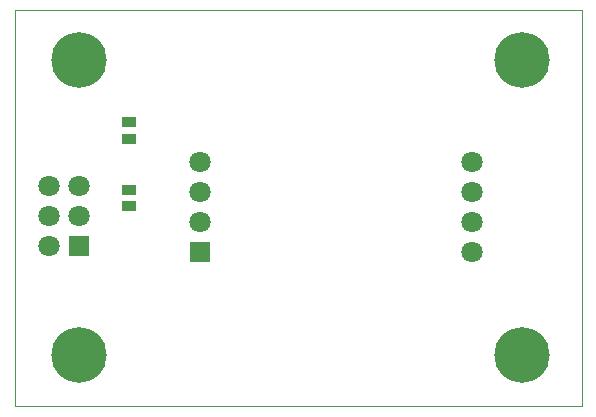
<source format=gts>
G04*
G04 #@! TF.GenerationSoftware,Altium Limited,Altium Designer,19.1.9 (167)*
G04*
G04 Layer_Color=8388736*
%FSLAX25Y25*%
%MOIN*%
G70*
G01*
G75*
%ADD12C,0.00394*%
%ADD14R,0.04737X0.03556*%
%ADD15C,0.07099*%
%ADD16R,0.07099X0.07099*%
%ADD17C,0.18517*%
D12*
X-21500Y-115500D02*
Y16500D01*
Y-115500D02*
X167500D01*
Y16500D01*
X-21500D02*
X167500D01*
D14*
X16500Y-26256D02*
D03*
Y-20744D02*
D03*
Y-48756D02*
D03*
Y-43244D02*
D03*
D15*
X130776Y-64000D02*
D03*
Y-54000D02*
D03*
Y-44000D02*
D03*
Y-34000D02*
D03*
X40200Y-54000D02*
D03*
Y-44000D02*
D03*
Y-34000D02*
D03*
X0Y-52000D02*
D03*
Y-42000D02*
D03*
X-10000Y-62000D02*
D03*
Y-52000D02*
D03*
Y-42000D02*
D03*
D16*
X40200Y-64000D02*
D03*
X0Y-62000D02*
D03*
D17*
X147638Y0D02*
D03*
Y-98425D02*
D03*
X0D02*
D03*
Y0D02*
D03*
M02*

</source>
